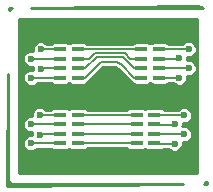
<source format=gbr>
G04 #@! TF.GenerationSoftware,KiCad,Pcbnew,(5.0.0)*
G04 #@! TF.CreationDate,2018-11-17T22:13:07-08:00*
G04 #@! TF.ProjectId,test_for_smd_networks,746573745F666F725F736D645F6E6574,rev?*
G04 #@! TF.SameCoordinates,Original*
G04 #@! TF.FileFunction,Copper,L1,Top,Signal*
G04 #@! TF.FilePolarity,Positive*
%FSLAX46Y46*%
G04 Gerber Fmt 4.6, Leading zero omitted, Abs format (unit mm)*
G04 Created by KiCad (PCBNEW (5.0.0)) date 11/17/18 22:13:07*
%MOMM*%
%LPD*%
G01*
G04 APERTURE LIST*
G04 #@! TA.AperFunction,SMDPad,CuDef*
%ADD10R,1.000000X0.430000*%
G04 #@! TD*
G04 #@! TA.AperFunction,ViaPad*
%ADD11C,0.600000*%
G04 #@! TD*
G04 #@! TA.AperFunction,Conductor*
%ADD12C,0.127000*%
G04 #@! TD*
G04 #@! TA.AperFunction,NonConductor*
%ADD13C,0.250000*%
G04 #@! TD*
G04 APERTURE END LIST*
D10*
G04 #@! TO.P,CN1,8*
G04 #@! TO.N,GND*
X68370000Y-40050000D03*
G04 #@! TO.P,CN1,5*
X68370000Y-42450000D03*
G04 #@! TO.P,CN1,4*
G04 #@! TO.N,Net-(CN1-Pad4)*
X66850000Y-42450000D03*
G04 #@! TO.P,CN1,1*
G04 #@! TO.N,Net-(CN1-Pad1)*
X66850000Y-40050000D03*
G04 #@! TO.P,CN1,6*
G04 #@! TO.N,GND*
X68370000Y-41650000D03*
G04 #@! TO.P,CN1,3*
G04 #@! TO.N,Net-(CN1-Pad3)*
X66850000Y-41650000D03*
G04 #@! TO.P,CN1,7*
G04 #@! TO.N,GND*
X68370000Y-40850000D03*
G04 #@! TO.P,CN1,2*
G04 #@! TO.N,Net-(CN1-Pad2)*
X66850000Y-40850000D03*
G04 #@! TD*
G04 #@! TO.P,CN2,2*
G04 #@! TO.N,GND*
X59950000Y-40850000D03*
G04 #@! TO.P,CN2,7*
G04 #@! TO.N,Net-(CN1-Pad2)*
X61470000Y-40850000D03*
G04 #@! TO.P,CN2,3*
G04 #@! TO.N,GND*
X59950000Y-41650000D03*
G04 #@! TO.P,CN2,6*
G04 #@! TO.N,Net-(CN1-Pad3)*
X61470000Y-41650000D03*
G04 #@! TO.P,CN2,1*
G04 #@! TO.N,GND*
X59950000Y-40050000D03*
G04 #@! TO.P,CN2,4*
X59950000Y-42450000D03*
G04 #@! TO.P,CN2,5*
G04 #@! TO.N,Net-(CN1-Pad4)*
X61470000Y-42450000D03*
G04 #@! TO.P,CN2,8*
G04 #@! TO.N,Net-(CN1-Pad1)*
X61470000Y-40050000D03*
G04 #@! TD*
G04 #@! TO.P,CN3,8*
G04 #@! TO.N,GND*
X67950000Y-45600000D03*
G04 #@! TO.P,CN3,5*
X67950000Y-48000000D03*
G04 #@! TO.P,CN3,4*
G04 #@! TO.N,Net-(CN3-Pad4)*
X66430000Y-48000000D03*
G04 #@! TO.P,CN3,1*
G04 #@! TO.N,Net-(CN3-Pad1)*
X66430000Y-45600000D03*
G04 #@! TO.P,CN3,6*
G04 #@! TO.N,GND*
X67950000Y-47200000D03*
G04 #@! TO.P,CN3,3*
G04 #@! TO.N,Net-(CN3-Pad3)*
X66430000Y-47200000D03*
G04 #@! TO.P,CN3,7*
G04 #@! TO.N,GND*
X67950000Y-46400000D03*
G04 #@! TO.P,CN3,2*
G04 #@! TO.N,Net-(CN3-Pad2)*
X66430000Y-46400000D03*
G04 #@! TD*
G04 #@! TO.P,CN4,2*
G04 #@! TO.N,GND*
X59930000Y-46400000D03*
G04 #@! TO.P,CN4,7*
G04 #@! TO.N,Net-(CN3-Pad2)*
X61450000Y-46400000D03*
G04 #@! TO.P,CN4,3*
G04 #@! TO.N,GND*
X59930000Y-47200000D03*
G04 #@! TO.P,CN4,6*
G04 #@! TO.N,Net-(CN3-Pad3)*
X61450000Y-47200000D03*
G04 #@! TO.P,CN4,1*
G04 #@! TO.N,GND*
X59930000Y-45600000D03*
G04 #@! TO.P,CN4,4*
X59930000Y-48000000D03*
G04 #@! TO.P,CN4,5*
G04 #@! TO.N,Net-(CN3-Pad4)*
X61450000Y-48000000D03*
G04 #@! TO.P,CN4,8*
G04 #@! TO.N,Net-(CN3-Pad1)*
X61450000Y-45600000D03*
G04 #@! TD*
D11*
G04 #@! TO.N,GND*
X70850000Y-40050000D03*
X70050000Y-40800000D03*
X70850000Y-41650000D03*
X70050000Y-42450000D03*
X70450000Y-45650000D03*
X70450000Y-47250000D03*
X69650000Y-46400000D03*
X69650000Y-48050000D03*
X57503649Y-42468884D03*
X57503649Y-40868884D03*
X58303649Y-41718884D03*
X58303649Y-40068884D03*
X58253649Y-45618884D03*
X58253649Y-47268884D03*
X57453649Y-48018884D03*
X57453649Y-46418884D03*
G04 #@! TD*
D12*
G04 #@! TO.N,GND*
X68370000Y-40050000D02*
X70850000Y-40050000D01*
X68370000Y-40850000D02*
X70000000Y-40850000D01*
X70000000Y-40850000D02*
X70050000Y-40800000D01*
X68370000Y-41650000D02*
X70850000Y-41650000D01*
X68370000Y-42450000D02*
X70050000Y-42450000D01*
X69600000Y-46450000D02*
X69650000Y-46400000D01*
X67970000Y-45650000D02*
X70450000Y-45650000D01*
X67970000Y-48050000D02*
X69650000Y-48050000D01*
X67970000Y-47250000D02*
X70450000Y-47250000D01*
X67970000Y-46450000D02*
X69600000Y-46450000D01*
X58353649Y-41668884D02*
X58303649Y-41718884D01*
X59983649Y-42468884D02*
X57503649Y-42468884D01*
X59983649Y-40068884D02*
X58303649Y-40068884D01*
X59983649Y-40868884D02*
X57503649Y-40868884D01*
X59983649Y-41668884D02*
X58353649Y-41668884D01*
X59933649Y-45618884D02*
X58253649Y-45618884D01*
X58303649Y-47218884D02*
X58253649Y-47268884D01*
X59933649Y-46418884D02*
X57453649Y-46418884D01*
X59933649Y-47218884D02*
X58303649Y-47218884D01*
X59933649Y-48018884D02*
X57453649Y-48018884D01*
G04 #@! TO.N,Net-(CN1-Pad4)*
X62097000Y-42450000D02*
X63447000Y-41100000D01*
X61470000Y-42450000D02*
X62097000Y-42450000D01*
X66223000Y-42450000D02*
X66850000Y-42450000D01*
X65100000Y-41327000D02*
X66223000Y-42450000D01*
X65027000Y-41327000D02*
X64800000Y-41100000D01*
X65100000Y-41327000D02*
X65027000Y-41327000D01*
X63447000Y-41100000D02*
X64800000Y-41100000D01*
G04 #@! TO.N,Net-(CN1-Pad1)*
X65574926Y-40050000D02*
X66223000Y-40050000D01*
X61470000Y-40050000D02*
X62772074Y-40050000D01*
X62772074Y-40050000D02*
X62776096Y-40045978D01*
X62776096Y-40045978D02*
X65570904Y-40045978D01*
X66223000Y-40050000D02*
X66850000Y-40050000D01*
X65570904Y-40045978D02*
X65574926Y-40050000D01*
G04 #@! TO.N,Net-(CN1-Pad3)*
X62097000Y-41650000D02*
X63047000Y-40700000D01*
X61470000Y-41650000D02*
X62097000Y-41650000D01*
X63047000Y-40700000D02*
X65300000Y-40700000D01*
X66223000Y-41650000D02*
X66850000Y-41650000D01*
X65300000Y-40727000D02*
X66223000Y-41650000D01*
X65300000Y-40700000D02*
X65300000Y-40727000D01*
G04 #@! TO.N,Net-(CN1-Pad2)*
X65912463Y-40850000D02*
X66223000Y-40850000D01*
X66223000Y-40850000D02*
X66850000Y-40850000D01*
X62911548Y-40372989D02*
X65435452Y-40372989D01*
X65435452Y-40372989D02*
X65912463Y-40850000D01*
X62434537Y-40850000D02*
X62911548Y-40372989D01*
X61470000Y-40850000D02*
X62434537Y-40850000D01*
G04 #@! TO.N,Net-(CN3-Pad4)*
X66430000Y-48000000D02*
X65803000Y-48000000D01*
X62077000Y-48000000D02*
X66430000Y-48000000D01*
X61450000Y-48000000D02*
X62077000Y-48000000D01*
G04 #@! TO.N,Net-(CN3-Pad1)*
X61450000Y-45600000D02*
X62077000Y-45600000D01*
X61450000Y-45600000D02*
X66430000Y-45600000D01*
G04 #@! TO.N,Net-(CN3-Pad3)*
X61450000Y-47200000D02*
X62077000Y-47200000D01*
X66430000Y-47200000D02*
X61450000Y-47200000D01*
G04 #@! TO.N,Net-(CN3-Pad2)*
X66430000Y-46400000D02*
X65803000Y-46400000D01*
X62077000Y-46400000D02*
X66430000Y-46400000D01*
X61450000Y-46400000D02*
X62077000Y-46400000D01*
G04 #@! TD*
D13*
G36*
X55550000Y-50955679D02*
X55541184Y-51000000D01*
X55576109Y-51175581D01*
X55675568Y-51324432D01*
X55824419Y-51423891D01*
X56000000Y-51458816D01*
X56044321Y-51450000D01*
X70349201Y-51450000D01*
X55426664Y-51623518D01*
X55550001Y-42188244D01*
X55550000Y-50955679D01*
X55550000Y-50955679D01*
G37*
X55550000Y-50955679D02*
X55541184Y-51000000D01*
X55576109Y-51175581D01*
X55675568Y-51324432D01*
X55824419Y-51423891D01*
X56000000Y-51458816D01*
X56044321Y-51450000D01*
X70349201Y-51450000D01*
X55426664Y-51623518D01*
X55550001Y-42188244D01*
X55550000Y-50955679D01*
G36*
X72374586Y-51426449D02*
X72149567Y-51429066D01*
X72175581Y-51423891D01*
X72324432Y-51324432D01*
X72373997Y-51250253D01*
X72374586Y-51426449D01*
X72374586Y-51426449D01*
G37*
X72374586Y-51426449D02*
X72149567Y-51429066D01*
X72175581Y-51423891D01*
X72324432Y-51324432D01*
X72373997Y-51250253D01*
X72374586Y-51426449D01*
G36*
X71550001Y-50550000D02*
X56450000Y-50550000D01*
X56450000Y-46284618D01*
X56778649Y-46284618D01*
X56778649Y-46553150D01*
X56881412Y-46801241D01*
X57071292Y-46991121D01*
X57319383Y-47093884D01*
X57587915Y-47093884D01*
X57597097Y-47090081D01*
X57578649Y-47134618D01*
X57578649Y-47343884D01*
X57319383Y-47343884D01*
X57071292Y-47446647D01*
X56881412Y-47636527D01*
X56778649Y-47884618D01*
X56778649Y-48153150D01*
X56881412Y-48401241D01*
X57071292Y-48591121D01*
X57319383Y-48693884D01*
X57587915Y-48693884D01*
X57836006Y-48591121D01*
X57969743Y-48457384D01*
X59140949Y-48457384D01*
X59159641Y-48485359D01*
X59283683Y-48568242D01*
X59430000Y-48597346D01*
X60430000Y-48597346D01*
X60576317Y-48568242D01*
X60690000Y-48492281D01*
X60803683Y-48568242D01*
X60950000Y-48597346D01*
X61950000Y-48597346D01*
X62096317Y-48568242D01*
X62220359Y-48485359D01*
X62251669Y-48438500D01*
X65628331Y-48438500D01*
X65659641Y-48485359D01*
X65783683Y-48568242D01*
X65930000Y-48597346D01*
X66930000Y-48597346D01*
X67076317Y-48568242D01*
X67190000Y-48492281D01*
X67303683Y-48568242D01*
X67450000Y-48597346D01*
X68450000Y-48597346D01*
X68596317Y-48568242D01*
X68715658Y-48488500D01*
X69133906Y-48488500D01*
X69267643Y-48622237D01*
X69515734Y-48725000D01*
X69784266Y-48725000D01*
X70032357Y-48622237D01*
X70222237Y-48432357D01*
X70325000Y-48184266D01*
X70325000Y-47925000D01*
X70584266Y-47925000D01*
X70832357Y-47822237D01*
X71022237Y-47632357D01*
X71125000Y-47384266D01*
X71125000Y-47115734D01*
X71022237Y-46867643D01*
X70832357Y-46677763D01*
X70584266Y-46575000D01*
X70315734Y-46575000D01*
X70306552Y-46578803D01*
X70325000Y-46534266D01*
X70325000Y-46325000D01*
X70584266Y-46325000D01*
X70832357Y-46222237D01*
X71022237Y-46032357D01*
X71125000Y-45784266D01*
X71125000Y-45515734D01*
X71022237Y-45267643D01*
X70832357Y-45077763D01*
X70584266Y-44975000D01*
X70315734Y-44975000D01*
X70067643Y-45077763D01*
X69933906Y-45211500D01*
X68785079Y-45211500D01*
X68720359Y-45114641D01*
X68596317Y-45031758D01*
X68450000Y-45002654D01*
X67450000Y-45002654D01*
X67303683Y-45031758D01*
X67190000Y-45107719D01*
X67076317Y-45031758D01*
X66930000Y-45002654D01*
X65930000Y-45002654D01*
X65783683Y-45031758D01*
X65659641Y-45114641D01*
X65628331Y-45161500D01*
X62251669Y-45161500D01*
X62220359Y-45114641D01*
X62096317Y-45031758D01*
X61950000Y-45002654D01*
X60950000Y-45002654D01*
X60803683Y-45031758D01*
X60690000Y-45107719D01*
X60576317Y-45031758D01*
X60430000Y-45002654D01*
X59430000Y-45002654D01*
X59283683Y-45031758D01*
X59159641Y-45114641D01*
X59115713Y-45180384D01*
X58769743Y-45180384D01*
X58636006Y-45046647D01*
X58387915Y-44943884D01*
X58119383Y-44943884D01*
X57871292Y-45046647D01*
X57681412Y-45236527D01*
X57578649Y-45484618D01*
X57578649Y-45743884D01*
X57319383Y-45743884D01*
X57071292Y-45846647D01*
X56881412Y-46036527D01*
X56778649Y-46284618D01*
X56450000Y-46284618D01*
X56450000Y-40734618D01*
X56828649Y-40734618D01*
X56828649Y-41003150D01*
X56931412Y-41251241D01*
X57121292Y-41441121D01*
X57369383Y-41543884D01*
X57637915Y-41543884D01*
X57647097Y-41540081D01*
X57628649Y-41584618D01*
X57628649Y-41793884D01*
X57369383Y-41793884D01*
X57121292Y-41896647D01*
X56931412Y-42086527D01*
X56828649Y-42334618D01*
X56828649Y-42603150D01*
X56931412Y-42851241D01*
X57121292Y-43041121D01*
X57369383Y-43143884D01*
X57637915Y-43143884D01*
X57886006Y-43041121D01*
X58019743Y-42907384D01*
X59160949Y-42907384D01*
X59179641Y-42935359D01*
X59303683Y-43018242D01*
X59450000Y-43047346D01*
X60450000Y-43047346D01*
X60596317Y-43018242D01*
X60710000Y-42942281D01*
X60823683Y-43018242D01*
X60970000Y-43047346D01*
X61970000Y-43047346D01*
X62116317Y-43018242D01*
X62240359Y-42935359D01*
X62305266Y-42838219D01*
X62413140Y-42766140D01*
X62437602Y-42729530D01*
X63628632Y-41538500D01*
X64618369Y-41538500D01*
X64686396Y-41606527D01*
X64710860Y-41643140D01*
X64855906Y-41740057D01*
X64902117Y-41749249D01*
X65882400Y-42729533D01*
X65906860Y-42766140D01*
X65943467Y-42790600D01*
X65943469Y-42790602D01*
X66005960Y-42832357D01*
X66014734Y-42838219D01*
X66079641Y-42935359D01*
X66203683Y-43018242D01*
X66350000Y-43047346D01*
X67350000Y-43047346D01*
X67496317Y-43018242D01*
X67610000Y-42942281D01*
X67723683Y-43018242D01*
X67870000Y-43047346D01*
X68870000Y-43047346D01*
X69016317Y-43018242D01*
X69140359Y-42935359D01*
X69171669Y-42888500D01*
X69533906Y-42888500D01*
X69667643Y-43022237D01*
X69915734Y-43125000D01*
X70184266Y-43125000D01*
X70432357Y-43022237D01*
X70622237Y-42832357D01*
X70725000Y-42584266D01*
X70725000Y-42325000D01*
X70984266Y-42325000D01*
X71232357Y-42222237D01*
X71422237Y-42032357D01*
X71525000Y-41784266D01*
X71525000Y-41515734D01*
X71422237Y-41267643D01*
X71232357Y-41077763D01*
X70984266Y-40975000D01*
X70715734Y-40975000D01*
X70706552Y-40978803D01*
X70725000Y-40934266D01*
X70725000Y-40725000D01*
X70984266Y-40725000D01*
X71232357Y-40622237D01*
X71422237Y-40432357D01*
X71525000Y-40184266D01*
X71525000Y-39915734D01*
X71422237Y-39667643D01*
X71232357Y-39477763D01*
X70984266Y-39375000D01*
X70715734Y-39375000D01*
X70467643Y-39477763D01*
X70333906Y-39611500D01*
X69171669Y-39611500D01*
X69140359Y-39564641D01*
X69016317Y-39481758D01*
X68870000Y-39452654D01*
X67870000Y-39452654D01*
X67723683Y-39481758D01*
X67610000Y-39557719D01*
X67496317Y-39481758D01*
X67350000Y-39452654D01*
X66350000Y-39452654D01*
X66203683Y-39481758D01*
X66079641Y-39564641D01*
X66048331Y-39611500D01*
X65634308Y-39611500D01*
X65614088Y-39607478D01*
X65614084Y-39607478D01*
X65570904Y-39598889D01*
X65527724Y-39607478D01*
X62819276Y-39607478D01*
X62776096Y-39598889D01*
X62732916Y-39607478D01*
X62732912Y-39607478D01*
X62712692Y-39611500D01*
X62271669Y-39611500D01*
X62240359Y-39564641D01*
X62116317Y-39481758D01*
X61970000Y-39452654D01*
X60970000Y-39452654D01*
X60823683Y-39481758D01*
X60710000Y-39557719D01*
X60596317Y-39481758D01*
X60450000Y-39452654D01*
X59450000Y-39452654D01*
X59303683Y-39481758D01*
X59179641Y-39564641D01*
X59135713Y-39630384D01*
X58819743Y-39630384D01*
X58686006Y-39496647D01*
X58437915Y-39393884D01*
X58169383Y-39393884D01*
X57921292Y-39496647D01*
X57731412Y-39686527D01*
X57628649Y-39934618D01*
X57628649Y-40193884D01*
X57369383Y-40193884D01*
X57121292Y-40296647D01*
X56931412Y-40486527D01*
X56828649Y-40734618D01*
X56450000Y-40734618D01*
X56450000Y-37450000D01*
X71550000Y-37450000D01*
X71550001Y-50550000D01*
X71550001Y-50550000D01*
G37*
X71550001Y-50550000D02*
X56450000Y-50550000D01*
X56450000Y-46284618D01*
X56778649Y-46284618D01*
X56778649Y-46553150D01*
X56881412Y-46801241D01*
X57071292Y-46991121D01*
X57319383Y-47093884D01*
X57587915Y-47093884D01*
X57597097Y-47090081D01*
X57578649Y-47134618D01*
X57578649Y-47343884D01*
X57319383Y-47343884D01*
X57071292Y-47446647D01*
X56881412Y-47636527D01*
X56778649Y-47884618D01*
X56778649Y-48153150D01*
X56881412Y-48401241D01*
X57071292Y-48591121D01*
X57319383Y-48693884D01*
X57587915Y-48693884D01*
X57836006Y-48591121D01*
X57969743Y-48457384D01*
X59140949Y-48457384D01*
X59159641Y-48485359D01*
X59283683Y-48568242D01*
X59430000Y-48597346D01*
X60430000Y-48597346D01*
X60576317Y-48568242D01*
X60690000Y-48492281D01*
X60803683Y-48568242D01*
X60950000Y-48597346D01*
X61950000Y-48597346D01*
X62096317Y-48568242D01*
X62220359Y-48485359D01*
X62251669Y-48438500D01*
X65628331Y-48438500D01*
X65659641Y-48485359D01*
X65783683Y-48568242D01*
X65930000Y-48597346D01*
X66930000Y-48597346D01*
X67076317Y-48568242D01*
X67190000Y-48492281D01*
X67303683Y-48568242D01*
X67450000Y-48597346D01*
X68450000Y-48597346D01*
X68596317Y-48568242D01*
X68715658Y-48488500D01*
X69133906Y-48488500D01*
X69267643Y-48622237D01*
X69515734Y-48725000D01*
X69784266Y-48725000D01*
X70032357Y-48622237D01*
X70222237Y-48432357D01*
X70325000Y-48184266D01*
X70325000Y-47925000D01*
X70584266Y-47925000D01*
X70832357Y-47822237D01*
X71022237Y-47632357D01*
X71125000Y-47384266D01*
X71125000Y-47115734D01*
X71022237Y-46867643D01*
X70832357Y-46677763D01*
X70584266Y-46575000D01*
X70315734Y-46575000D01*
X70306552Y-46578803D01*
X70325000Y-46534266D01*
X70325000Y-46325000D01*
X70584266Y-46325000D01*
X70832357Y-46222237D01*
X71022237Y-46032357D01*
X71125000Y-45784266D01*
X71125000Y-45515734D01*
X71022237Y-45267643D01*
X70832357Y-45077763D01*
X70584266Y-44975000D01*
X70315734Y-44975000D01*
X70067643Y-45077763D01*
X69933906Y-45211500D01*
X68785079Y-45211500D01*
X68720359Y-45114641D01*
X68596317Y-45031758D01*
X68450000Y-45002654D01*
X67450000Y-45002654D01*
X67303683Y-45031758D01*
X67190000Y-45107719D01*
X67076317Y-45031758D01*
X66930000Y-45002654D01*
X65930000Y-45002654D01*
X65783683Y-45031758D01*
X65659641Y-45114641D01*
X65628331Y-45161500D01*
X62251669Y-45161500D01*
X62220359Y-45114641D01*
X62096317Y-45031758D01*
X61950000Y-45002654D01*
X60950000Y-45002654D01*
X60803683Y-45031758D01*
X60690000Y-45107719D01*
X60576317Y-45031758D01*
X60430000Y-45002654D01*
X59430000Y-45002654D01*
X59283683Y-45031758D01*
X59159641Y-45114641D01*
X59115713Y-45180384D01*
X58769743Y-45180384D01*
X58636006Y-45046647D01*
X58387915Y-44943884D01*
X58119383Y-44943884D01*
X57871292Y-45046647D01*
X57681412Y-45236527D01*
X57578649Y-45484618D01*
X57578649Y-45743884D01*
X57319383Y-45743884D01*
X57071292Y-45846647D01*
X56881412Y-46036527D01*
X56778649Y-46284618D01*
X56450000Y-46284618D01*
X56450000Y-40734618D01*
X56828649Y-40734618D01*
X56828649Y-41003150D01*
X56931412Y-41251241D01*
X57121292Y-41441121D01*
X57369383Y-41543884D01*
X57637915Y-41543884D01*
X57647097Y-41540081D01*
X57628649Y-41584618D01*
X57628649Y-41793884D01*
X57369383Y-41793884D01*
X57121292Y-41896647D01*
X56931412Y-42086527D01*
X56828649Y-42334618D01*
X56828649Y-42603150D01*
X56931412Y-42851241D01*
X57121292Y-43041121D01*
X57369383Y-43143884D01*
X57637915Y-43143884D01*
X57886006Y-43041121D01*
X58019743Y-42907384D01*
X59160949Y-42907384D01*
X59179641Y-42935359D01*
X59303683Y-43018242D01*
X59450000Y-43047346D01*
X60450000Y-43047346D01*
X60596317Y-43018242D01*
X60710000Y-42942281D01*
X60823683Y-43018242D01*
X60970000Y-43047346D01*
X61970000Y-43047346D01*
X62116317Y-43018242D01*
X62240359Y-42935359D01*
X62305266Y-42838219D01*
X62413140Y-42766140D01*
X62437602Y-42729530D01*
X63628632Y-41538500D01*
X64618369Y-41538500D01*
X64686396Y-41606527D01*
X64710860Y-41643140D01*
X64855906Y-41740057D01*
X64902117Y-41749249D01*
X65882400Y-42729533D01*
X65906860Y-42766140D01*
X65943467Y-42790600D01*
X65943469Y-42790602D01*
X66005960Y-42832357D01*
X66014734Y-42838219D01*
X66079641Y-42935359D01*
X66203683Y-43018242D01*
X66350000Y-43047346D01*
X67350000Y-43047346D01*
X67496317Y-43018242D01*
X67610000Y-42942281D01*
X67723683Y-43018242D01*
X67870000Y-43047346D01*
X68870000Y-43047346D01*
X69016317Y-43018242D01*
X69140359Y-42935359D01*
X69171669Y-42888500D01*
X69533906Y-42888500D01*
X69667643Y-43022237D01*
X69915734Y-43125000D01*
X70184266Y-43125000D01*
X70432357Y-43022237D01*
X70622237Y-42832357D01*
X70725000Y-42584266D01*
X70725000Y-42325000D01*
X70984266Y-42325000D01*
X71232357Y-42222237D01*
X71422237Y-42032357D01*
X71525000Y-41784266D01*
X71525000Y-41515734D01*
X71422237Y-41267643D01*
X71232357Y-41077763D01*
X70984266Y-40975000D01*
X70715734Y-40975000D01*
X70706552Y-40978803D01*
X70725000Y-40934266D01*
X70725000Y-40725000D01*
X70984266Y-40725000D01*
X71232357Y-40622237D01*
X71422237Y-40432357D01*
X71525000Y-40184266D01*
X71525000Y-39915734D01*
X71422237Y-39667643D01*
X71232357Y-39477763D01*
X70984266Y-39375000D01*
X70715734Y-39375000D01*
X70467643Y-39477763D01*
X70333906Y-39611500D01*
X69171669Y-39611500D01*
X69140359Y-39564641D01*
X69016317Y-39481758D01*
X68870000Y-39452654D01*
X67870000Y-39452654D01*
X67723683Y-39481758D01*
X67610000Y-39557719D01*
X67496317Y-39481758D01*
X67350000Y-39452654D01*
X66350000Y-39452654D01*
X66203683Y-39481758D01*
X66079641Y-39564641D01*
X66048331Y-39611500D01*
X65634308Y-39611500D01*
X65614088Y-39607478D01*
X65614084Y-39607478D01*
X65570904Y-39598889D01*
X65527724Y-39607478D01*
X62819276Y-39607478D01*
X62776096Y-39598889D01*
X62732916Y-39607478D01*
X62732912Y-39607478D01*
X62712692Y-39611500D01*
X62271669Y-39611500D01*
X62240359Y-39564641D01*
X62116317Y-39481758D01*
X61970000Y-39452654D01*
X60970000Y-39452654D01*
X60823683Y-39481758D01*
X60710000Y-39557719D01*
X60596317Y-39481758D01*
X60450000Y-39452654D01*
X59450000Y-39452654D01*
X59303683Y-39481758D01*
X59179641Y-39564641D01*
X59135713Y-39630384D01*
X58819743Y-39630384D01*
X58686006Y-39496647D01*
X58437915Y-39393884D01*
X58169383Y-39393884D01*
X57921292Y-39496647D01*
X57731412Y-39686527D01*
X57628649Y-39934618D01*
X57628649Y-40193884D01*
X57369383Y-40193884D01*
X57121292Y-40296647D01*
X56931412Y-40486527D01*
X56828649Y-40734618D01*
X56450000Y-40734618D01*
X56450000Y-37450000D01*
X71550000Y-37450000D01*
X71550001Y-50550000D01*
G36*
X55824419Y-36576109D02*
X55675568Y-36675568D01*
X55620994Y-36757244D01*
X55623396Y-36573486D01*
X55851781Y-36570666D01*
X55824419Y-36576109D01*
X55824419Y-36576109D01*
G37*
X55824419Y-36576109D02*
X55675568Y-36675568D01*
X55620994Y-36757244D01*
X55623396Y-36573486D01*
X55851781Y-36570666D01*
X55824419Y-36576109D01*
G36*
X72049459Y-36551022D02*
X72044321Y-36550000D01*
X72000000Y-36541184D01*
X71955679Y-36550000D01*
X57525755Y-36550000D01*
X71673002Y-36375342D01*
X72049459Y-36551022D01*
X72049459Y-36551022D01*
G37*
X72049459Y-36551022D02*
X72044321Y-36550000D01*
X72000000Y-36541184D01*
X71955679Y-36550000D01*
X57525755Y-36550000D01*
X71673002Y-36375342D01*
X72049459Y-36551022D01*
M02*

</source>
